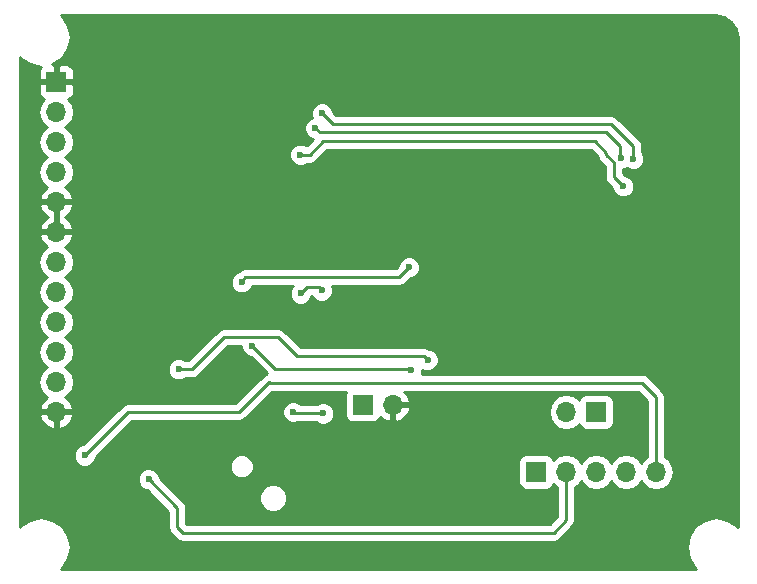
<source format=gbr>
G04 #@! TF.FileFunction,Copper,L2,Bot,Signal*
%FSLAX46Y46*%
G04 Gerber Fmt 4.6, Leading zero omitted, Abs format (unit mm)*
G04 Created by KiCad (PCBNEW 4.0.7) date 04/18/19 14:14:10*
%MOMM*%
%LPD*%
G01*
G04 APERTURE LIST*
%ADD10C,0.100000*%
%ADD11R,1.700000X1.700000*%
%ADD12O,1.700000X1.700000*%
%ADD13C,0.600000*%
%ADD14C,0.250000*%
%ADD15C,0.254000*%
G04 APERTURE END LIST*
D10*
D11*
X115570000Y-107950000D03*
D12*
X115570000Y-110490000D03*
X115570000Y-113030000D03*
X115570000Y-115570000D03*
X115570000Y-118110000D03*
X115570000Y-120650000D03*
X115570000Y-123190000D03*
X115570000Y-125730000D03*
X115570000Y-128270000D03*
X115570000Y-130810000D03*
X115570000Y-133350000D03*
X115570000Y-135890000D03*
D11*
X156210000Y-140970000D03*
D12*
X158750000Y-140970000D03*
X161290000Y-140970000D03*
X163830000Y-140970000D03*
X166370000Y-140970000D03*
D11*
X141541500Y-135280400D03*
D12*
X144081500Y-135280400D03*
D11*
X161290000Y-135890000D03*
D12*
X158750000Y-135890000D03*
D13*
X123393200Y-141579600D03*
X136271000Y-125857000D03*
X138049000Y-125603000D03*
X117983000Y-139573000D03*
X138176000Y-136017000D03*
X135636000Y-135890000D03*
X131318000Y-118364000D03*
X136271000Y-118491000D03*
X136245600Y-114096800D03*
X163576000Y-116789200D03*
X164439600Y-114452400D03*
X138074400Y-110591600D03*
X137515600Y-111861600D03*
X163423600Y-114401600D03*
X132181600Y-130302000D03*
X145643600Y-132334000D03*
X125933200Y-132283200D03*
X147015200Y-131470400D03*
X131267200Y-124917200D03*
X145440400Y-123647200D03*
D14*
X158750000Y-145034000D02*
X158750000Y-140970000D01*
X157683200Y-146100800D02*
X158750000Y-145034000D01*
X126288800Y-146100800D02*
X157683200Y-146100800D01*
X125831600Y-145643600D02*
X126288800Y-146100800D01*
X125831600Y-144018000D02*
X125831600Y-145643600D01*
X123393200Y-141579600D02*
X125831600Y-144018000D01*
X136271000Y-125857000D02*
X136779000Y-125349000D01*
X136779000Y-125349000D02*
X137795000Y-125349000D01*
X137795000Y-125349000D02*
X138049000Y-125603000D01*
X166370000Y-140970000D02*
X166370000Y-134620000D01*
X117983000Y-139573000D02*
X121666000Y-135890000D01*
X121666000Y-135890000D02*
X131064000Y-135890000D01*
X131064000Y-135890000D02*
X133604000Y-133350000D01*
X133654800Y-133400800D02*
X133604000Y-133350000D01*
X165150800Y-133400800D02*
X133654800Y-133400800D01*
X166370000Y-134620000D02*
X165150800Y-133400800D01*
X135763000Y-136017000D02*
X138176000Y-136017000D01*
X135636000Y-135890000D02*
X135763000Y-136017000D01*
X131826000Y-117856000D02*
X131318000Y-118364000D01*
X135636000Y-117856000D02*
X131826000Y-117856000D01*
X136271000Y-118491000D02*
X135636000Y-117856000D01*
X137058400Y-114096800D02*
X136245600Y-114096800D01*
X138176000Y-112979200D02*
X137058400Y-114096800D01*
X161188400Y-112979200D02*
X138176000Y-112979200D01*
X162153600Y-113944400D02*
X161188400Y-112979200D01*
X162153600Y-114147600D02*
X162153600Y-113944400D01*
X162763200Y-114757200D02*
X162153600Y-114147600D01*
X162763200Y-115976400D02*
X162763200Y-114757200D01*
X163576000Y-116789200D02*
X162763200Y-115976400D01*
X164439600Y-113385600D02*
X164439600Y-114452400D01*
X162560000Y-111506000D02*
X164439600Y-113385600D01*
X138988800Y-111506000D02*
X162560000Y-111506000D01*
X138074400Y-110591600D02*
X138988800Y-111506000D01*
X137871200Y-112217200D02*
X137515600Y-111861600D01*
X162153600Y-112217200D02*
X137871200Y-112217200D01*
X163271200Y-113334800D02*
X162153600Y-112217200D01*
X163271200Y-114249200D02*
X163271200Y-113334800D01*
X163423600Y-114401600D02*
X163271200Y-114249200D01*
X134112000Y-132232400D02*
X132181600Y-130302000D01*
X145542000Y-132232400D02*
X134112000Y-132232400D01*
X145643600Y-132334000D02*
X145542000Y-132232400D01*
X127050800Y-132283200D02*
X125933200Y-132283200D01*
X129794000Y-129540000D02*
X127050800Y-132283200D01*
X134366000Y-129540000D02*
X129794000Y-129540000D01*
X135991600Y-131165600D02*
X134366000Y-129540000D01*
X146710400Y-131165600D02*
X135991600Y-131165600D01*
X147015200Y-131470400D02*
X146710400Y-131165600D01*
X131267200Y-124764800D02*
X131267200Y-124917200D01*
X131572000Y-124460000D02*
X131267200Y-124764800D01*
X144627600Y-124460000D02*
X131572000Y-124460000D01*
X145440400Y-123647200D02*
X144627600Y-124460000D01*
D15*
G36*
X172144989Y-102462152D02*
X172734170Y-102855830D01*
X173127848Y-103445011D01*
X173280000Y-104209931D01*
X173280000Y-145634688D01*
X173222046Y-145547954D01*
X172409024Y-145004711D01*
X171450000Y-144813949D01*
X170490976Y-145004711D01*
X169677954Y-145547954D01*
X169134711Y-146360976D01*
X168943949Y-147320000D01*
X169134711Y-148279024D01*
X169677954Y-149092046D01*
X169764688Y-149150000D01*
X115985312Y-149150000D01*
X116072046Y-149092046D01*
X116615289Y-148279024D01*
X116806051Y-147320000D01*
X116615289Y-146360976D01*
X116072046Y-145547954D01*
X115259024Y-145004711D01*
X114300000Y-144813949D01*
X113340976Y-145004711D01*
X112527954Y-145547954D01*
X112470000Y-145634688D01*
X112470000Y-139758167D01*
X117047838Y-139758167D01*
X117189883Y-140101943D01*
X117452673Y-140365192D01*
X117796201Y-140507838D01*
X118168167Y-140508162D01*
X118511943Y-140366117D01*
X118775192Y-140103327D01*
X118917838Y-139759799D01*
X118917879Y-139712923D01*
X121980802Y-136650000D01*
X131064000Y-136650000D01*
X131354839Y-136592148D01*
X131601401Y-136427401D01*
X131953635Y-136075167D01*
X134700838Y-136075167D01*
X134842883Y-136418943D01*
X135105673Y-136682192D01*
X135449201Y-136824838D01*
X135821167Y-136825162D01*
X135937728Y-136777000D01*
X137613537Y-136777000D01*
X137645673Y-136809192D01*
X137989201Y-136951838D01*
X138361167Y-136952162D01*
X138704943Y-136810117D01*
X138968192Y-136547327D01*
X139110838Y-136203799D01*
X139111162Y-135831833D01*
X138969117Y-135488057D01*
X138706327Y-135224808D01*
X138362799Y-135082162D01*
X137990833Y-135081838D01*
X137647057Y-135223883D01*
X137613882Y-135257000D01*
X136325241Y-135257000D01*
X136166327Y-135097808D01*
X135822799Y-134955162D01*
X135450833Y-134954838D01*
X135107057Y-135096883D01*
X134843808Y-135359673D01*
X134701162Y-135703201D01*
X134700838Y-136075167D01*
X131953635Y-136075167D01*
X133868002Y-134160800D01*
X140107170Y-134160800D01*
X140095069Y-134178510D01*
X140044060Y-134430400D01*
X140044060Y-136130400D01*
X140088338Y-136365717D01*
X140227410Y-136581841D01*
X140439610Y-136726831D01*
X140691500Y-136777840D01*
X142391500Y-136777840D01*
X142626817Y-136733562D01*
X142842941Y-136594490D01*
X142987931Y-136382290D01*
X143009801Y-136274293D01*
X143314576Y-136552045D01*
X143724610Y-136721876D01*
X143954500Y-136600555D01*
X143954500Y-135407400D01*
X144208500Y-135407400D01*
X144208500Y-136600555D01*
X144438390Y-136721876D01*
X144848424Y-136552045D01*
X145276683Y-136161758D01*
X145417970Y-135860907D01*
X157265000Y-135860907D01*
X157265000Y-135919093D01*
X157378039Y-136487378D01*
X157699946Y-136969147D01*
X158181715Y-137291054D01*
X158750000Y-137404093D01*
X159318285Y-137291054D01*
X159800054Y-136969147D01*
X159827850Y-136927548D01*
X159836838Y-136975317D01*
X159975910Y-137191441D01*
X160188110Y-137336431D01*
X160440000Y-137387440D01*
X162140000Y-137387440D01*
X162375317Y-137343162D01*
X162591441Y-137204090D01*
X162736431Y-136991890D01*
X162787440Y-136740000D01*
X162787440Y-135040000D01*
X162743162Y-134804683D01*
X162604090Y-134588559D01*
X162391890Y-134443569D01*
X162140000Y-134392560D01*
X160440000Y-134392560D01*
X160204683Y-134436838D01*
X159988559Y-134575910D01*
X159843569Y-134788110D01*
X159829914Y-134855541D01*
X159800054Y-134810853D01*
X159318285Y-134488946D01*
X158750000Y-134375907D01*
X158181715Y-134488946D01*
X157699946Y-134810853D01*
X157378039Y-135292622D01*
X157265000Y-135860907D01*
X145417970Y-135860907D01*
X145522986Y-135637292D01*
X145402319Y-135407400D01*
X144208500Y-135407400D01*
X143954500Y-135407400D01*
X143934500Y-135407400D01*
X143934500Y-135153400D01*
X143954500Y-135153400D01*
X143954500Y-135133400D01*
X144208500Y-135133400D01*
X144208500Y-135153400D01*
X145402319Y-135153400D01*
X145522986Y-134923508D01*
X145276683Y-134399042D01*
X145015262Y-134160800D01*
X164835998Y-134160800D01*
X165610000Y-134934802D01*
X165610000Y-139697046D01*
X165319946Y-139890853D01*
X165100000Y-140220026D01*
X164880054Y-139890853D01*
X164398285Y-139568946D01*
X163830000Y-139455907D01*
X163261715Y-139568946D01*
X162779946Y-139890853D01*
X162560000Y-140220026D01*
X162340054Y-139890853D01*
X161858285Y-139568946D01*
X161290000Y-139455907D01*
X160721715Y-139568946D01*
X160239946Y-139890853D01*
X160020000Y-140220026D01*
X159800054Y-139890853D01*
X159318285Y-139568946D01*
X158750000Y-139455907D01*
X158181715Y-139568946D01*
X157699946Y-139890853D01*
X157672150Y-139932452D01*
X157663162Y-139884683D01*
X157524090Y-139668559D01*
X157311890Y-139523569D01*
X157060000Y-139472560D01*
X155360000Y-139472560D01*
X155124683Y-139516838D01*
X154908559Y-139655910D01*
X154763569Y-139868110D01*
X154712560Y-140120000D01*
X154712560Y-141820000D01*
X154756838Y-142055317D01*
X154895910Y-142271441D01*
X155108110Y-142416431D01*
X155360000Y-142467440D01*
X157060000Y-142467440D01*
X157295317Y-142423162D01*
X157511441Y-142284090D01*
X157656431Y-142071890D01*
X157670086Y-142004459D01*
X157699946Y-142049147D01*
X157990000Y-142242954D01*
X157990000Y-144719198D01*
X157368398Y-145340800D01*
X126603602Y-145340800D01*
X126591600Y-145328798D01*
X126591600Y-144018000D01*
X126533748Y-143727161D01*
X126533748Y-143727160D01*
X126369001Y-143480599D01*
X126314881Y-143426479D01*
X132777004Y-143426479D01*
X132957030Y-143862174D01*
X133290085Y-144195811D01*
X133725465Y-144376596D01*
X134196887Y-144377008D01*
X134632582Y-144196982D01*
X134966219Y-143863927D01*
X135147004Y-143428547D01*
X135147416Y-142957125D01*
X134967390Y-142521430D01*
X134634335Y-142187793D01*
X134198955Y-142007008D01*
X133727533Y-142006596D01*
X133291838Y-142186622D01*
X132958201Y-142519677D01*
X132777416Y-142955057D01*
X132777004Y-143426479D01*
X126314881Y-143426479D01*
X124328322Y-141439920D01*
X124328362Y-141394433D01*
X124186317Y-141050657D01*
X123923527Y-140787408D01*
X123727009Y-140705806D01*
X130260028Y-140705806D01*
X130414227Y-141078996D01*
X130699502Y-141364769D01*
X131072422Y-141519619D01*
X131476214Y-141519972D01*
X131849404Y-141365773D01*
X132135177Y-141080498D01*
X132290027Y-140707578D01*
X132290380Y-140303786D01*
X132136181Y-139930596D01*
X131850906Y-139644823D01*
X131477986Y-139489973D01*
X131074194Y-139489620D01*
X130701004Y-139643819D01*
X130415231Y-139929094D01*
X130260381Y-140302014D01*
X130260028Y-140705806D01*
X123727009Y-140705806D01*
X123579999Y-140644762D01*
X123208033Y-140644438D01*
X122864257Y-140786483D01*
X122601008Y-141049273D01*
X122458362Y-141392801D01*
X122458038Y-141764767D01*
X122600083Y-142108543D01*
X122862873Y-142371792D01*
X123206401Y-142514438D01*
X123253277Y-142514479D01*
X125071600Y-144332802D01*
X125071600Y-145643600D01*
X125129452Y-145934439D01*
X125294199Y-146181001D01*
X125751399Y-146638201D01*
X125997960Y-146802948D01*
X126046214Y-146812546D01*
X126288800Y-146860800D01*
X157683200Y-146860800D01*
X157974039Y-146802948D01*
X158220601Y-146638201D01*
X159287401Y-145571401D01*
X159452148Y-145324839D01*
X159510000Y-145034000D01*
X159510000Y-142242954D01*
X159800054Y-142049147D01*
X160020000Y-141719974D01*
X160239946Y-142049147D01*
X160721715Y-142371054D01*
X161290000Y-142484093D01*
X161858285Y-142371054D01*
X162340054Y-142049147D01*
X162560000Y-141719974D01*
X162779946Y-142049147D01*
X163261715Y-142371054D01*
X163830000Y-142484093D01*
X164398285Y-142371054D01*
X164880054Y-142049147D01*
X165100000Y-141719974D01*
X165319946Y-142049147D01*
X165801715Y-142371054D01*
X166370000Y-142484093D01*
X166938285Y-142371054D01*
X167420054Y-142049147D01*
X167741961Y-141567378D01*
X167855000Y-140999093D01*
X167855000Y-140940907D01*
X167741961Y-140372622D01*
X167420054Y-139890853D01*
X167130000Y-139697046D01*
X167130000Y-134620000D01*
X167094905Y-134443569D01*
X167072148Y-134329160D01*
X166907401Y-134082599D01*
X165688201Y-132863399D01*
X165441639Y-132698652D01*
X165150800Y-132640800D01*
X146528609Y-132640800D01*
X146578438Y-132520799D01*
X146578629Y-132301523D01*
X146828401Y-132405238D01*
X147200367Y-132405562D01*
X147544143Y-132263517D01*
X147807392Y-132000727D01*
X147950038Y-131657199D01*
X147950362Y-131285233D01*
X147808317Y-130941457D01*
X147545527Y-130678208D01*
X147201999Y-130535562D01*
X147109038Y-130535481D01*
X147001239Y-130463452D01*
X146710400Y-130405600D01*
X136306402Y-130405600D01*
X134903401Y-129002599D01*
X134656839Y-128837852D01*
X134366000Y-128780000D01*
X129794000Y-128780000D01*
X129503161Y-128837852D01*
X129256599Y-129002599D01*
X126735998Y-131523200D01*
X126495663Y-131523200D01*
X126463527Y-131491008D01*
X126119999Y-131348362D01*
X125748033Y-131348038D01*
X125404257Y-131490083D01*
X125141008Y-131752873D01*
X124998362Y-132096401D01*
X124998038Y-132468367D01*
X125140083Y-132812143D01*
X125402873Y-133075392D01*
X125746401Y-133218038D01*
X126118367Y-133218362D01*
X126462143Y-133076317D01*
X126495318Y-133043200D01*
X127050800Y-133043200D01*
X127341639Y-132985348D01*
X127588201Y-132820601D01*
X130108802Y-130300000D01*
X131246601Y-130300000D01*
X131246438Y-130487167D01*
X131388483Y-130830943D01*
X131651273Y-131094192D01*
X131994801Y-131236838D01*
X132041677Y-131236879D01*
X133429507Y-132624709D01*
X133361414Y-132638254D01*
X133313160Y-132647852D01*
X133066599Y-132812599D01*
X130749198Y-135130000D01*
X121666000Y-135130000D01*
X121375161Y-135187852D01*
X121128599Y-135352599D01*
X117843320Y-138637878D01*
X117797833Y-138637838D01*
X117454057Y-138779883D01*
X117190808Y-139042673D01*
X117048162Y-139386201D01*
X117047838Y-139758167D01*
X112470000Y-139758167D01*
X112470000Y-136246890D01*
X114128524Y-136246890D01*
X114298355Y-136656924D01*
X114688642Y-137085183D01*
X115213108Y-137331486D01*
X115443000Y-137210819D01*
X115443000Y-136017000D01*
X115697000Y-136017000D01*
X115697000Y-137210819D01*
X115926892Y-137331486D01*
X116451358Y-137085183D01*
X116841645Y-136656924D01*
X117011476Y-136246890D01*
X116890155Y-136017000D01*
X115697000Y-136017000D01*
X115443000Y-136017000D01*
X114249845Y-136017000D01*
X114128524Y-136246890D01*
X112470000Y-136246890D01*
X112470000Y-123190000D01*
X114055907Y-123190000D01*
X114168946Y-123758285D01*
X114490853Y-124240054D01*
X114820026Y-124460000D01*
X114490853Y-124679946D01*
X114168946Y-125161715D01*
X114055907Y-125730000D01*
X114168946Y-126298285D01*
X114490853Y-126780054D01*
X114820026Y-127000000D01*
X114490853Y-127219946D01*
X114168946Y-127701715D01*
X114055907Y-128270000D01*
X114168946Y-128838285D01*
X114490853Y-129320054D01*
X114820026Y-129540000D01*
X114490853Y-129759946D01*
X114168946Y-130241715D01*
X114055907Y-130810000D01*
X114168946Y-131378285D01*
X114490853Y-131860054D01*
X114820026Y-132080000D01*
X114490853Y-132299946D01*
X114168946Y-132781715D01*
X114055907Y-133350000D01*
X114168946Y-133918285D01*
X114490853Y-134400054D01*
X114831553Y-134627702D01*
X114688642Y-134694817D01*
X114298355Y-135123076D01*
X114128524Y-135533110D01*
X114249845Y-135763000D01*
X115443000Y-135763000D01*
X115443000Y-135743000D01*
X115697000Y-135743000D01*
X115697000Y-135763000D01*
X116890155Y-135763000D01*
X117011476Y-135533110D01*
X116841645Y-135123076D01*
X116451358Y-134694817D01*
X116308447Y-134627702D01*
X116649147Y-134400054D01*
X116971054Y-133918285D01*
X117084093Y-133350000D01*
X116971054Y-132781715D01*
X116649147Y-132299946D01*
X116319974Y-132080000D01*
X116649147Y-131860054D01*
X116971054Y-131378285D01*
X117084093Y-130810000D01*
X116971054Y-130241715D01*
X116649147Y-129759946D01*
X116319974Y-129540000D01*
X116649147Y-129320054D01*
X116971054Y-128838285D01*
X117084093Y-128270000D01*
X116971054Y-127701715D01*
X116649147Y-127219946D01*
X116319974Y-127000000D01*
X116649147Y-126780054D01*
X116971054Y-126298285D01*
X117084093Y-125730000D01*
X116971054Y-125161715D01*
X116931400Y-125102367D01*
X130332038Y-125102367D01*
X130474083Y-125446143D01*
X130736873Y-125709392D01*
X131080401Y-125852038D01*
X131452367Y-125852362D01*
X131796143Y-125710317D01*
X132059392Y-125447527D01*
X132153870Y-125220000D01*
X135585667Y-125220000D01*
X135478808Y-125326673D01*
X135336162Y-125670201D01*
X135335838Y-126042167D01*
X135477883Y-126385943D01*
X135740673Y-126649192D01*
X136084201Y-126791838D01*
X136456167Y-126792162D01*
X136799943Y-126650117D01*
X137063192Y-126387327D01*
X137178764Y-126109000D01*
X137246403Y-126109000D01*
X137255883Y-126131943D01*
X137518673Y-126395192D01*
X137862201Y-126537838D01*
X138234167Y-126538162D01*
X138577943Y-126396117D01*
X138841192Y-126133327D01*
X138983838Y-125789799D01*
X138984162Y-125417833D01*
X138902419Y-125220000D01*
X144627600Y-125220000D01*
X144918439Y-125162148D01*
X145165001Y-124997401D01*
X145580080Y-124582322D01*
X145625567Y-124582362D01*
X145969343Y-124440317D01*
X146232592Y-124177527D01*
X146375238Y-123833999D01*
X146375562Y-123462033D01*
X146233517Y-123118257D01*
X145970727Y-122855008D01*
X145627199Y-122712362D01*
X145255233Y-122712038D01*
X144911457Y-122854083D01*
X144648208Y-123116873D01*
X144505562Y-123460401D01*
X144505521Y-123507277D01*
X144312798Y-123700000D01*
X131572000Y-123700000D01*
X131281160Y-123757852D01*
X131034599Y-123922599D01*
X130899907Y-124057291D01*
X130738257Y-124124083D01*
X130475008Y-124386873D01*
X130332362Y-124730401D01*
X130332038Y-125102367D01*
X116931400Y-125102367D01*
X116649147Y-124679946D01*
X116319974Y-124460000D01*
X116649147Y-124240054D01*
X116971054Y-123758285D01*
X117084093Y-123190000D01*
X116971054Y-122621715D01*
X116649147Y-122139946D01*
X116308447Y-121912298D01*
X116451358Y-121845183D01*
X116841645Y-121416924D01*
X117011476Y-121006890D01*
X116890155Y-120777000D01*
X115697000Y-120777000D01*
X115697000Y-120797000D01*
X115443000Y-120797000D01*
X115443000Y-120777000D01*
X114249845Y-120777000D01*
X114128524Y-121006890D01*
X114298355Y-121416924D01*
X114688642Y-121845183D01*
X114831553Y-121912298D01*
X114490853Y-122139946D01*
X114168946Y-122621715D01*
X114055907Y-123190000D01*
X112470000Y-123190000D01*
X112470000Y-118466890D01*
X114128524Y-118466890D01*
X114298355Y-118876924D01*
X114688642Y-119305183D01*
X114847954Y-119380000D01*
X114688642Y-119454817D01*
X114298355Y-119883076D01*
X114128524Y-120293110D01*
X114249845Y-120523000D01*
X115443000Y-120523000D01*
X115443000Y-118237000D01*
X115697000Y-118237000D01*
X115697000Y-120523000D01*
X116890155Y-120523000D01*
X117011476Y-120293110D01*
X116841645Y-119883076D01*
X116451358Y-119454817D01*
X116292046Y-119380000D01*
X116451358Y-119305183D01*
X116841645Y-118876924D01*
X117011476Y-118466890D01*
X116890155Y-118237000D01*
X115697000Y-118237000D01*
X115443000Y-118237000D01*
X114249845Y-118237000D01*
X114128524Y-118466890D01*
X112470000Y-118466890D01*
X112470000Y-110490000D01*
X114055907Y-110490000D01*
X114168946Y-111058285D01*
X114490853Y-111540054D01*
X114820026Y-111760000D01*
X114490853Y-111979946D01*
X114168946Y-112461715D01*
X114055907Y-113030000D01*
X114168946Y-113598285D01*
X114490853Y-114080054D01*
X114820026Y-114300000D01*
X114490853Y-114519946D01*
X114168946Y-115001715D01*
X114055907Y-115570000D01*
X114168946Y-116138285D01*
X114490853Y-116620054D01*
X114831553Y-116847702D01*
X114688642Y-116914817D01*
X114298355Y-117343076D01*
X114128524Y-117753110D01*
X114249845Y-117983000D01*
X115443000Y-117983000D01*
X115443000Y-117963000D01*
X115697000Y-117963000D01*
X115697000Y-117983000D01*
X116890155Y-117983000D01*
X117011476Y-117753110D01*
X116841645Y-117343076D01*
X116451358Y-116914817D01*
X116308447Y-116847702D01*
X116649147Y-116620054D01*
X116971054Y-116138285D01*
X117084093Y-115570000D01*
X116971054Y-115001715D01*
X116649147Y-114519946D01*
X116319974Y-114300000D01*
X116346962Y-114281967D01*
X135310438Y-114281967D01*
X135452483Y-114625743D01*
X135715273Y-114888992D01*
X136058801Y-115031638D01*
X136430767Y-115031962D01*
X136774543Y-114889917D01*
X136807718Y-114856800D01*
X137058400Y-114856800D01*
X137349239Y-114798948D01*
X137595801Y-114634201D01*
X138490802Y-113739200D01*
X160873598Y-113739200D01*
X161421311Y-114286913D01*
X161451452Y-114438439D01*
X161616199Y-114685001D01*
X162003200Y-115072002D01*
X162003200Y-115976400D01*
X162061052Y-116267239D01*
X162225799Y-116513801D01*
X162640878Y-116928880D01*
X162640838Y-116974367D01*
X162782883Y-117318143D01*
X163045673Y-117581392D01*
X163389201Y-117724038D01*
X163761167Y-117724362D01*
X164104943Y-117582317D01*
X164368192Y-117319527D01*
X164510838Y-116975999D01*
X164511162Y-116604033D01*
X164369117Y-116260257D01*
X164106327Y-115997008D01*
X163762799Y-115854362D01*
X163715923Y-115854321D01*
X163523200Y-115661598D01*
X163523200Y-115336687D01*
X163608767Y-115336762D01*
X163886660Y-115221939D01*
X163909273Y-115244592D01*
X164252801Y-115387238D01*
X164624767Y-115387562D01*
X164968543Y-115245517D01*
X165231792Y-114982727D01*
X165374438Y-114639199D01*
X165374762Y-114267233D01*
X165232717Y-113923457D01*
X165199600Y-113890282D01*
X165199600Y-113385600D01*
X165141748Y-113094761D01*
X164977001Y-112848199D01*
X163097401Y-110968599D01*
X162850839Y-110803852D01*
X162560000Y-110746000D01*
X139303602Y-110746000D01*
X139009522Y-110451920D01*
X139009562Y-110406433D01*
X138867517Y-110062657D01*
X138604727Y-109799408D01*
X138261199Y-109656762D01*
X137889233Y-109656438D01*
X137545457Y-109798483D01*
X137282208Y-110061273D01*
X137139562Y-110404801D01*
X137139238Y-110776767D01*
X137219944Y-110972091D01*
X136986657Y-111068483D01*
X136723408Y-111331273D01*
X136580762Y-111674801D01*
X136580438Y-112046767D01*
X136722483Y-112390543D01*
X136985273Y-112653792D01*
X137297117Y-112783281D01*
X136775830Y-113304568D01*
X136432399Y-113161962D01*
X136060433Y-113161638D01*
X135716657Y-113303683D01*
X135453408Y-113566473D01*
X135310762Y-113910001D01*
X135310438Y-114281967D01*
X116346962Y-114281967D01*
X116649147Y-114080054D01*
X116971054Y-113598285D01*
X117084093Y-113030000D01*
X116971054Y-112461715D01*
X116649147Y-111979946D01*
X116319974Y-111760000D01*
X116649147Y-111540054D01*
X116971054Y-111058285D01*
X117084093Y-110490000D01*
X116971054Y-109921715D01*
X116649147Y-109439946D01*
X116605223Y-109410597D01*
X116779698Y-109338327D01*
X116958327Y-109159699D01*
X117055000Y-108926310D01*
X117055000Y-108235750D01*
X116896250Y-108077000D01*
X115697000Y-108077000D01*
X115697000Y-108097000D01*
X115443000Y-108097000D01*
X115443000Y-108077000D01*
X114243750Y-108077000D01*
X114085000Y-108235750D01*
X114085000Y-108926310D01*
X114181673Y-109159699D01*
X114360302Y-109338327D01*
X114534777Y-109410597D01*
X114490853Y-109439946D01*
X114168946Y-109921715D01*
X114055907Y-110490000D01*
X112470000Y-110490000D01*
X112470000Y-105825312D01*
X112527954Y-105912046D01*
X113340976Y-106455289D01*
X114279918Y-106642056D01*
X114181673Y-106740301D01*
X114085000Y-106973690D01*
X114085000Y-107664250D01*
X114243750Y-107823000D01*
X115443000Y-107823000D01*
X115443000Y-106623750D01*
X115697000Y-106623750D01*
X115697000Y-107823000D01*
X116896250Y-107823000D01*
X117055000Y-107664250D01*
X117055000Y-106973690D01*
X116958327Y-106740301D01*
X116779698Y-106561673D01*
X116546309Y-106465000D01*
X115855750Y-106465000D01*
X115697000Y-106623750D01*
X115443000Y-106623750D01*
X115284250Y-106465000D01*
X115210204Y-106465000D01*
X115259024Y-106455289D01*
X116072046Y-105912046D01*
X116615289Y-105099024D01*
X116806051Y-104140000D01*
X116615289Y-103180976D01*
X116072046Y-102367954D01*
X115985312Y-102310000D01*
X171380069Y-102310000D01*
X172144989Y-102462152D01*
X172144989Y-102462152D01*
G37*
X172144989Y-102462152D02*
X172734170Y-102855830D01*
X173127848Y-103445011D01*
X173280000Y-104209931D01*
X173280000Y-145634688D01*
X173222046Y-145547954D01*
X172409024Y-145004711D01*
X171450000Y-144813949D01*
X170490976Y-145004711D01*
X169677954Y-145547954D01*
X169134711Y-146360976D01*
X168943949Y-147320000D01*
X169134711Y-148279024D01*
X169677954Y-149092046D01*
X169764688Y-149150000D01*
X115985312Y-149150000D01*
X116072046Y-149092046D01*
X116615289Y-148279024D01*
X116806051Y-147320000D01*
X116615289Y-146360976D01*
X116072046Y-145547954D01*
X115259024Y-145004711D01*
X114300000Y-144813949D01*
X113340976Y-145004711D01*
X112527954Y-145547954D01*
X112470000Y-145634688D01*
X112470000Y-139758167D01*
X117047838Y-139758167D01*
X117189883Y-140101943D01*
X117452673Y-140365192D01*
X117796201Y-140507838D01*
X118168167Y-140508162D01*
X118511943Y-140366117D01*
X118775192Y-140103327D01*
X118917838Y-139759799D01*
X118917879Y-139712923D01*
X121980802Y-136650000D01*
X131064000Y-136650000D01*
X131354839Y-136592148D01*
X131601401Y-136427401D01*
X131953635Y-136075167D01*
X134700838Y-136075167D01*
X134842883Y-136418943D01*
X135105673Y-136682192D01*
X135449201Y-136824838D01*
X135821167Y-136825162D01*
X135937728Y-136777000D01*
X137613537Y-136777000D01*
X137645673Y-136809192D01*
X137989201Y-136951838D01*
X138361167Y-136952162D01*
X138704943Y-136810117D01*
X138968192Y-136547327D01*
X139110838Y-136203799D01*
X139111162Y-135831833D01*
X138969117Y-135488057D01*
X138706327Y-135224808D01*
X138362799Y-135082162D01*
X137990833Y-135081838D01*
X137647057Y-135223883D01*
X137613882Y-135257000D01*
X136325241Y-135257000D01*
X136166327Y-135097808D01*
X135822799Y-134955162D01*
X135450833Y-134954838D01*
X135107057Y-135096883D01*
X134843808Y-135359673D01*
X134701162Y-135703201D01*
X134700838Y-136075167D01*
X131953635Y-136075167D01*
X133868002Y-134160800D01*
X140107170Y-134160800D01*
X140095069Y-134178510D01*
X140044060Y-134430400D01*
X140044060Y-136130400D01*
X140088338Y-136365717D01*
X140227410Y-136581841D01*
X140439610Y-136726831D01*
X140691500Y-136777840D01*
X142391500Y-136777840D01*
X142626817Y-136733562D01*
X142842941Y-136594490D01*
X142987931Y-136382290D01*
X143009801Y-136274293D01*
X143314576Y-136552045D01*
X143724610Y-136721876D01*
X143954500Y-136600555D01*
X143954500Y-135407400D01*
X144208500Y-135407400D01*
X144208500Y-136600555D01*
X144438390Y-136721876D01*
X144848424Y-136552045D01*
X145276683Y-136161758D01*
X145417970Y-135860907D01*
X157265000Y-135860907D01*
X157265000Y-135919093D01*
X157378039Y-136487378D01*
X157699946Y-136969147D01*
X158181715Y-137291054D01*
X158750000Y-137404093D01*
X159318285Y-137291054D01*
X159800054Y-136969147D01*
X159827850Y-136927548D01*
X159836838Y-136975317D01*
X159975910Y-137191441D01*
X160188110Y-137336431D01*
X160440000Y-137387440D01*
X162140000Y-137387440D01*
X162375317Y-137343162D01*
X162591441Y-137204090D01*
X162736431Y-136991890D01*
X162787440Y-136740000D01*
X162787440Y-135040000D01*
X162743162Y-134804683D01*
X162604090Y-134588559D01*
X162391890Y-134443569D01*
X162140000Y-134392560D01*
X160440000Y-134392560D01*
X160204683Y-134436838D01*
X159988559Y-134575910D01*
X159843569Y-134788110D01*
X159829914Y-134855541D01*
X159800054Y-134810853D01*
X159318285Y-134488946D01*
X158750000Y-134375907D01*
X158181715Y-134488946D01*
X157699946Y-134810853D01*
X157378039Y-135292622D01*
X157265000Y-135860907D01*
X145417970Y-135860907D01*
X145522986Y-135637292D01*
X145402319Y-135407400D01*
X144208500Y-135407400D01*
X143954500Y-135407400D01*
X143934500Y-135407400D01*
X143934500Y-135153400D01*
X143954500Y-135153400D01*
X143954500Y-135133400D01*
X144208500Y-135133400D01*
X144208500Y-135153400D01*
X145402319Y-135153400D01*
X145522986Y-134923508D01*
X145276683Y-134399042D01*
X145015262Y-134160800D01*
X164835998Y-134160800D01*
X165610000Y-134934802D01*
X165610000Y-139697046D01*
X165319946Y-139890853D01*
X165100000Y-140220026D01*
X164880054Y-139890853D01*
X164398285Y-139568946D01*
X163830000Y-139455907D01*
X163261715Y-139568946D01*
X162779946Y-139890853D01*
X162560000Y-140220026D01*
X162340054Y-139890853D01*
X161858285Y-139568946D01*
X161290000Y-139455907D01*
X160721715Y-139568946D01*
X160239946Y-139890853D01*
X160020000Y-140220026D01*
X159800054Y-139890853D01*
X159318285Y-139568946D01*
X158750000Y-139455907D01*
X158181715Y-139568946D01*
X157699946Y-139890853D01*
X157672150Y-139932452D01*
X157663162Y-139884683D01*
X157524090Y-139668559D01*
X157311890Y-139523569D01*
X157060000Y-139472560D01*
X155360000Y-139472560D01*
X155124683Y-139516838D01*
X154908559Y-139655910D01*
X154763569Y-139868110D01*
X154712560Y-140120000D01*
X154712560Y-141820000D01*
X154756838Y-142055317D01*
X154895910Y-142271441D01*
X155108110Y-142416431D01*
X155360000Y-142467440D01*
X157060000Y-142467440D01*
X157295317Y-142423162D01*
X157511441Y-142284090D01*
X157656431Y-142071890D01*
X157670086Y-142004459D01*
X157699946Y-142049147D01*
X157990000Y-142242954D01*
X157990000Y-144719198D01*
X157368398Y-145340800D01*
X126603602Y-145340800D01*
X126591600Y-145328798D01*
X126591600Y-144018000D01*
X126533748Y-143727161D01*
X126533748Y-143727160D01*
X126369001Y-143480599D01*
X126314881Y-143426479D01*
X132777004Y-143426479D01*
X132957030Y-143862174D01*
X133290085Y-144195811D01*
X133725465Y-144376596D01*
X134196887Y-144377008D01*
X134632582Y-144196982D01*
X134966219Y-143863927D01*
X135147004Y-143428547D01*
X135147416Y-142957125D01*
X134967390Y-142521430D01*
X134634335Y-142187793D01*
X134198955Y-142007008D01*
X133727533Y-142006596D01*
X133291838Y-142186622D01*
X132958201Y-142519677D01*
X132777416Y-142955057D01*
X132777004Y-143426479D01*
X126314881Y-143426479D01*
X124328322Y-141439920D01*
X124328362Y-141394433D01*
X124186317Y-141050657D01*
X123923527Y-140787408D01*
X123727009Y-140705806D01*
X130260028Y-140705806D01*
X130414227Y-141078996D01*
X130699502Y-141364769D01*
X131072422Y-141519619D01*
X131476214Y-141519972D01*
X131849404Y-141365773D01*
X132135177Y-141080498D01*
X132290027Y-140707578D01*
X132290380Y-140303786D01*
X132136181Y-139930596D01*
X131850906Y-139644823D01*
X131477986Y-139489973D01*
X131074194Y-139489620D01*
X130701004Y-139643819D01*
X130415231Y-139929094D01*
X130260381Y-140302014D01*
X130260028Y-140705806D01*
X123727009Y-140705806D01*
X123579999Y-140644762D01*
X123208033Y-140644438D01*
X122864257Y-140786483D01*
X122601008Y-141049273D01*
X122458362Y-141392801D01*
X122458038Y-141764767D01*
X122600083Y-142108543D01*
X122862873Y-142371792D01*
X123206401Y-142514438D01*
X123253277Y-142514479D01*
X125071600Y-144332802D01*
X125071600Y-145643600D01*
X125129452Y-145934439D01*
X125294199Y-146181001D01*
X125751399Y-146638201D01*
X125997960Y-146802948D01*
X126046214Y-146812546D01*
X126288800Y-146860800D01*
X157683200Y-146860800D01*
X157974039Y-146802948D01*
X158220601Y-146638201D01*
X159287401Y-145571401D01*
X159452148Y-145324839D01*
X159510000Y-145034000D01*
X159510000Y-142242954D01*
X159800054Y-142049147D01*
X160020000Y-141719974D01*
X160239946Y-142049147D01*
X160721715Y-142371054D01*
X161290000Y-142484093D01*
X161858285Y-142371054D01*
X162340054Y-142049147D01*
X162560000Y-141719974D01*
X162779946Y-142049147D01*
X163261715Y-142371054D01*
X163830000Y-142484093D01*
X164398285Y-142371054D01*
X164880054Y-142049147D01*
X165100000Y-141719974D01*
X165319946Y-142049147D01*
X165801715Y-142371054D01*
X166370000Y-142484093D01*
X166938285Y-142371054D01*
X167420054Y-142049147D01*
X167741961Y-141567378D01*
X167855000Y-140999093D01*
X167855000Y-140940907D01*
X167741961Y-140372622D01*
X167420054Y-139890853D01*
X167130000Y-139697046D01*
X167130000Y-134620000D01*
X167094905Y-134443569D01*
X167072148Y-134329160D01*
X166907401Y-134082599D01*
X165688201Y-132863399D01*
X165441639Y-132698652D01*
X165150800Y-132640800D01*
X146528609Y-132640800D01*
X146578438Y-132520799D01*
X146578629Y-132301523D01*
X146828401Y-132405238D01*
X147200367Y-132405562D01*
X147544143Y-132263517D01*
X147807392Y-132000727D01*
X147950038Y-131657199D01*
X147950362Y-131285233D01*
X147808317Y-130941457D01*
X147545527Y-130678208D01*
X147201999Y-130535562D01*
X147109038Y-130535481D01*
X147001239Y-130463452D01*
X146710400Y-130405600D01*
X136306402Y-130405600D01*
X134903401Y-129002599D01*
X134656839Y-128837852D01*
X134366000Y-128780000D01*
X129794000Y-128780000D01*
X129503161Y-128837852D01*
X129256599Y-129002599D01*
X126735998Y-131523200D01*
X126495663Y-131523200D01*
X126463527Y-131491008D01*
X126119999Y-131348362D01*
X125748033Y-131348038D01*
X125404257Y-131490083D01*
X125141008Y-131752873D01*
X124998362Y-132096401D01*
X124998038Y-132468367D01*
X125140083Y-132812143D01*
X125402873Y-133075392D01*
X125746401Y-133218038D01*
X126118367Y-133218362D01*
X126462143Y-133076317D01*
X126495318Y-133043200D01*
X127050800Y-133043200D01*
X127341639Y-132985348D01*
X127588201Y-132820601D01*
X130108802Y-130300000D01*
X131246601Y-130300000D01*
X131246438Y-130487167D01*
X131388483Y-130830943D01*
X131651273Y-131094192D01*
X131994801Y-131236838D01*
X132041677Y-131236879D01*
X133429507Y-132624709D01*
X133361414Y-132638254D01*
X133313160Y-132647852D01*
X133066599Y-132812599D01*
X130749198Y-135130000D01*
X121666000Y-135130000D01*
X121375161Y-135187852D01*
X121128599Y-135352599D01*
X117843320Y-138637878D01*
X117797833Y-138637838D01*
X117454057Y-138779883D01*
X117190808Y-139042673D01*
X117048162Y-139386201D01*
X117047838Y-139758167D01*
X112470000Y-139758167D01*
X112470000Y-136246890D01*
X114128524Y-136246890D01*
X114298355Y-136656924D01*
X114688642Y-137085183D01*
X115213108Y-137331486D01*
X115443000Y-137210819D01*
X115443000Y-136017000D01*
X115697000Y-136017000D01*
X115697000Y-137210819D01*
X115926892Y-137331486D01*
X116451358Y-137085183D01*
X116841645Y-136656924D01*
X117011476Y-136246890D01*
X116890155Y-136017000D01*
X115697000Y-136017000D01*
X115443000Y-136017000D01*
X114249845Y-136017000D01*
X114128524Y-136246890D01*
X112470000Y-136246890D01*
X112470000Y-123190000D01*
X114055907Y-123190000D01*
X114168946Y-123758285D01*
X114490853Y-124240054D01*
X114820026Y-124460000D01*
X114490853Y-124679946D01*
X114168946Y-125161715D01*
X114055907Y-125730000D01*
X114168946Y-126298285D01*
X114490853Y-126780054D01*
X114820026Y-127000000D01*
X114490853Y-127219946D01*
X114168946Y-127701715D01*
X114055907Y-128270000D01*
X114168946Y-128838285D01*
X114490853Y-129320054D01*
X114820026Y-129540000D01*
X114490853Y-129759946D01*
X114168946Y-130241715D01*
X114055907Y-130810000D01*
X114168946Y-131378285D01*
X114490853Y-131860054D01*
X114820026Y-132080000D01*
X114490853Y-132299946D01*
X114168946Y-132781715D01*
X114055907Y-133350000D01*
X114168946Y-133918285D01*
X114490853Y-134400054D01*
X114831553Y-134627702D01*
X114688642Y-134694817D01*
X114298355Y-135123076D01*
X114128524Y-135533110D01*
X114249845Y-135763000D01*
X115443000Y-135763000D01*
X115443000Y-135743000D01*
X115697000Y-135743000D01*
X115697000Y-135763000D01*
X116890155Y-135763000D01*
X117011476Y-135533110D01*
X116841645Y-135123076D01*
X116451358Y-134694817D01*
X116308447Y-134627702D01*
X116649147Y-134400054D01*
X116971054Y-133918285D01*
X117084093Y-133350000D01*
X116971054Y-132781715D01*
X116649147Y-132299946D01*
X116319974Y-132080000D01*
X116649147Y-131860054D01*
X116971054Y-131378285D01*
X117084093Y-130810000D01*
X116971054Y-130241715D01*
X116649147Y-129759946D01*
X116319974Y-129540000D01*
X116649147Y-129320054D01*
X116971054Y-128838285D01*
X117084093Y-128270000D01*
X116971054Y-127701715D01*
X116649147Y-127219946D01*
X116319974Y-127000000D01*
X116649147Y-126780054D01*
X116971054Y-126298285D01*
X117084093Y-125730000D01*
X116971054Y-125161715D01*
X116931400Y-125102367D01*
X130332038Y-125102367D01*
X130474083Y-125446143D01*
X130736873Y-125709392D01*
X131080401Y-125852038D01*
X131452367Y-125852362D01*
X131796143Y-125710317D01*
X132059392Y-125447527D01*
X132153870Y-125220000D01*
X135585667Y-125220000D01*
X135478808Y-125326673D01*
X135336162Y-125670201D01*
X135335838Y-126042167D01*
X135477883Y-126385943D01*
X135740673Y-126649192D01*
X136084201Y-126791838D01*
X136456167Y-126792162D01*
X136799943Y-126650117D01*
X137063192Y-126387327D01*
X137178764Y-126109000D01*
X137246403Y-126109000D01*
X137255883Y-126131943D01*
X137518673Y-126395192D01*
X137862201Y-126537838D01*
X138234167Y-126538162D01*
X138577943Y-126396117D01*
X138841192Y-126133327D01*
X138983838Y-125789799D01*
X138984162Y-125417833D01*
X138902419Y-125220000D01*
X144627600Y-125220000D01*
X144918439Y-125162148D01*
X145165001Y-124997401D01*
X145580080Y-124582322D01*
X145625567Y-124582362D01*
X145969343Y-124440317D01*
X146232592Y-124177527D01*
X146375238Y-123833999D01*
X146375562Y-123462033D01*
X146233517Y-123118257D01*
X145970727Y-122855008D01*
X145627199Y-122712362D01*
X145255233Y-122712038D01*
X144911457Y-122854083D01*
X144648208Y-123116873D01*
X144505562Y-123460401D01*
X144505521Y-123507277D01*
X144312798Y-123700000D01*
X131572000Y-123700000D01*
X131281160Y-123757852D01*
X131034599Y-123922599D01*
X130899907Y-124057291D01*
X130738257Y-124124083D01*
X130475008Y-124386873D01*
X130332362Y-124730401D01*
X130332038Y-125102367D01*
X116931400Y-125102367D01*
X116649147Y-124679946D01*
X116319974Y-124460000D01*
X116649147Y-124240054D01*
X116971054Y-123758285D01*
X117084093Y-123190000D01*
X116971054Y-122621715D01*
X116649147Y-122139946D01*
X116308447Y-121912298D01*
X116451358Y-121845183D01*
X116841645Y-121416924D01*
X117011476Y-121006890D01*
X116890155Y-120777000D01*
X115697000Y-120777000D01*
X115697000Y-120797000D01*
X115443000Y-120797000D01*
X115443000Y-120777000D01*
X114249845Y-120777000D01*
X114128524Y-121006890D01*
X114298355Y-121416924D01*
X114688642Y-121845183D01*
X114831553Y-121912298D01*
X114490853Y-122139946D01*
X114168946Y-122621715D01*
X114055907Y-123190000D01*
X112470000Y-123190000D01*
X112470000Y-118466890D01*
X114128524Y-118466890D01*
X114298355Y-118876924D01*
X114688642Y-119305183D01*
X114847954Y-119380000D01*
X114688642Y-119454817D01*
X114298355Y-119883076D01*
X114128524Y-120293110D01*
X114249845Y-120523000D01*
X115443000Y-120523000D01*
X115443000Y-118237000D01*
X115697000Y-118237000D01*
X115697000Y-120523000D01*
X116890155Y-120523000D01*
X117011476Y-120293110D01*
X116841645Y-119883076D01*
X116451358Y-119454817D01*
X116292046Y-119380000D01*
X116451358Y-119305183D01*
X116841645Y-118876924D01*
X117011476Y-118466890D01*
X116890155Y-118237000D01*
X115697000Y-118237000D01*
X115443000Y-118237000D01*
X114249845Y-118237000D01*
X114128524Y-118466890D01*
X112470000Y-118466890D01*
X112470000Y-110490000D01*
X114055907Y-110490000D01*
X114168946Y-111058285D01*
X114490853Y-111540054D01*
X114820026Y-111760000D01*
X114490853Y-111979946D01*
X114168946Y-112461715D01*
X114055907Y-113030000D01*
X114168946Y-113598285D01*
X114490853Y-114080054D01*
X114820026Y-114300000D01*
X114490853Y-114519946D01*
X114168946Y-115001715D01*
X114055907Y-115570000D01*
X114168946Y-116138285D01*
X114490853Y-116620054D01*
X114831553Y-116847702D01*
X114688642Y-116914817D01*
X114298355Y-117343076D01*
X114128524Y-117753110D01*
X114249845Y-117983000D01*
X115443000Y-117983000D01*
X115443000Y-117963000D01*
X115697000Y-117963000D01*
X115697000Y-117983000D01*
X116890155Y-117983000D01*
X117011476Y-117753110D01*
X116841645Y-117343076D01*
X116451358Y-116914817D01*
X116308447Y-116847702D01*
X116649147Y-116620054D01*
X116971054Y-116138285D01*
X117084093Y-115570000D01*
X116971054Y-115001715D01*
X116649147Y-114519946D01*
X116319974Y-114300000D01*
X116346962Y-114281967D01*
X135310438Y-114281967D01*
X135452483Y-114625743D01*
X135715273Y-114888992D01*
X136058801Y-115031638D01*
X136430767Y-115031962D01*
X136774543Y-114889917D01*
X136807718Y-114856800D01*
X137058400Y-114856800D01*
X137349239Y-114798948D01*
X137595801Y-114634201D01*
X138490802Y-113739200D01*
X160873598Y-113739200D01*
X161421311Y-114286913D01*
X161451452Y-114438439D01*
X161616199Y-114685001D01*
X162003200Y-115072002D01*
X162003200Y-115976400D01*
X162061052Y-116267239D01*
X162225799Y-116513801D01*
X162640878Y-116928880D01*
X162640838Y-116974367D01*
X162782883Y-117318143D01*
X163045673Y-117581392D01*
X163389201Y-117724038D01*
X163761167Y-117724362D01*
X164104943Y-117582317D01*
X164368192Y-117319527D01*
X164510838Y-116975999D01*
X164511162Y-116604033D01*
X164369117Y-116260257D01*
X164106327Y-115997008D01*
X163762799Y-115854362D01*
X163715923Y-115854321D01*
X163523200Y-115661598D01*
X163523200Y-115336687D01*
X163608767Y-115336762D01*
X163886660Y-115221939D01*
X163909273Y-115244592D01*
X164252801Y-115387238D01*
X164624767Y-115387562D01*
X164968543Y-115245517D01*
X165231792Y-114982727D01*
X165374438Y-114639199D01*
X165374762Y-114267233D01*
X165232717Y-113923457D01*
X165199600Y-113890282D01*
X165199600Y-113385600D01*
X165141748Y-113094761D01*
X164977001Y-112848199D01*
X163097401Y-110968599D01*
X162850839Y-110803852D01*
X162560000Y-110746000D01*
X139303602Y-110746000D01*
X139009522Y-110451920D01*
X139009562Y-110406433D01*
X138867517Y-110062657D01*
X138604727Y-109799408D01*
X138261199Y-109656762D01*
X137889233Y-109656438D01*
X137545457Y-109798483D01*
X137282208Y-110061273D01*
X137139562Y-110404801D01*
X137139238Y-110776767D01*
X137219944Y-110972091D01*
X136986657Y-111068483D01*
X136723408Y-111331273D01*
X136580762Y-111674801D01*
X136580438Y-112046767D01*
X136722483Y-112390543D01*
X136985273Y-112653792D01*
X137297117Y-112783281D01*
X136775830Y-113304568D01*
X136432399Y-113161962D01*
X136060433Y-113161638D01*
X135716657Y-113303683D01*
X135453408Y-113566473D01*
X135310762Y-113910001D01*
X135310438Y-114281967D01*
X116346962Y-114281967D01*
X116649147Y-114080054D01*
X116971054Y-113598285D01*
X117084093Y-113030000D01*
X116971054Y-112461715D01*
X116649147Y-111979946D01*
X116319974Y-111760000D01*
X116649147Y-111540054D01*
X116971054Y-111058285D01*
X117084093Y-110490000D01*
X116971054Y-109921715D01*
X116649147Y-109439946D01*
X116605223Y-109410597D01*
X116779698Y-109338327D01*
X116958327Y-109159699D01*
X117055000Y-108926310D01*
X117055000Y-108235750D01*
X116896250Y-108077000D01*
X115697000Y-108077000D01*
X115697000Y-108097000D01*
X115443000Y-108097000D01*
X115443000Y-108077000D01*
X114243750Y-108077000D01*
X114085000Y-108235750D01*
X114085000Y-108926310D01*
X114181673Y-109159699D01*
X114360302Y-109338327D01*
X114534777Y-109410597D01*
X114490853Y-109439946D01*
X114168946Y-109921715D01*
X114055907Y-110490000D01*
X112470000Y-110490000D01*
X112470000Y-105825312D01*
X112527954Y-105912046D01*
X113340976Y-106455289D01*
X114279918Y-106642056D01*
X114181673Y-106740301D01*
X114085000Y-106973690D01*
X114085000Y-107664250D01*
X114243750Y-107823000D01*
X115443000Y-107823000D01*
X115443000Y-106623750D01*
X115697000Y-106623750D01*
X115697000Y-107823000D01*
X116896250Y-107823000D01*
X117055000Y-107664250D01*
X117055000Y-106973690D01*
X116958327Y-106740301D01*
X116779698Y-106561673D01*
X116546309Y-106465000D01*
X115855750Y-106465000D01*
X115697000Y-106623750D01*
X115443000Y-106623750D01*
X115284250Y-106465000D01*
X115210204Y-106465000D01*
X115259024Y-106455289D01*
X116072046Y-105912046D01*
X116615289Y-105099024D01*
X116806051Y-104140000D01*
X116615289Y-103180976D01*
X116072046Y-102367954D01*
X115985312Y-102310000D01*
X171380069Y-102310000D01*
X172144989Y-102462152D01*
M02*

</source>
